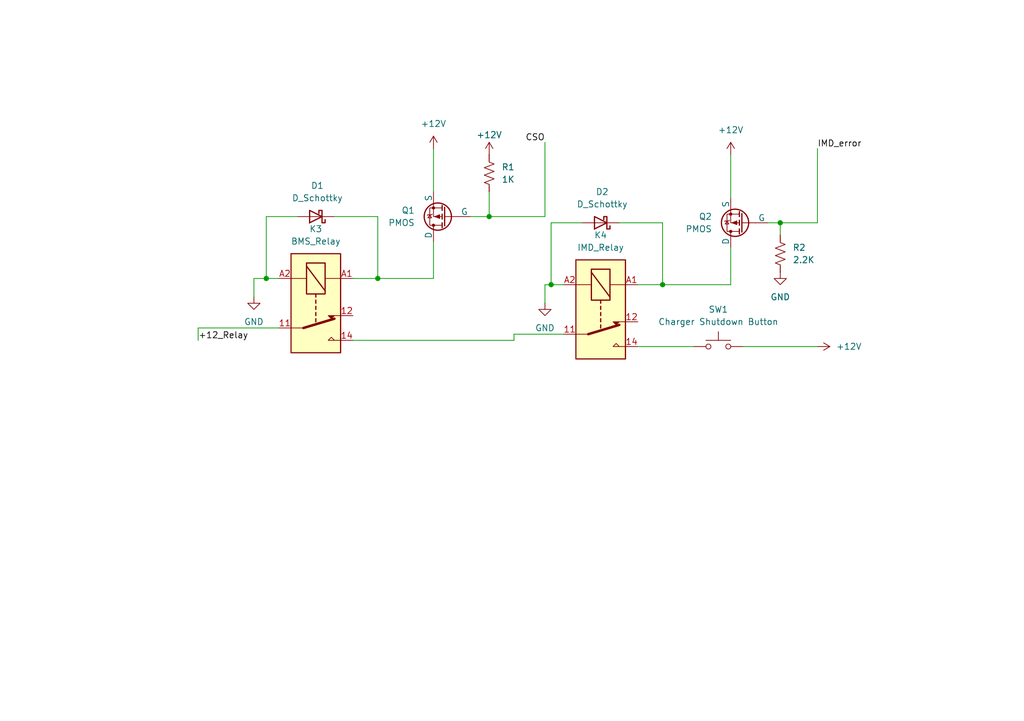
<source format=kicad_sch>
(kicad_sch (version 20250114) (generator "eeschema") (generator_version "9.0")
  (paper "A5")
  (lib_symbols
    (symbol "Device:D_Schottky" (pin_numbers (hide yes)) (pin_names (offset 1.016) (hide yes))
      (property "Reference" "D" (at 0 2.54 0))
      (property "Value" "D_Schottky" (at 0 -2.54 0))
      (symbol "D_Schottky_0_1"
        (polyline (pts (xy -1.905 0.635) (xy -1.905 1.27) (xy -1.27 1.27) (xy -1.27 -1.27) (xy -0.635 -1.27) (xy -0.635 -0.635)) (stroke (width 0.254)))
        (polyline (pts (xy 1.27 1.27) (xy 1.27 -1.27) (xy -1.27 0) (xy 1.27 1.27)) (stroke (width 0.254)))
        (polyline (pts (xy 1.27 0) (xy -1.27 0)))
      )
      (symbol "D_Schottky_1_1"
        (pin passive line (at -3.81 0 0) (length 2.54) (name "K") (number "1"))
        (pin passive line (at 3.81 0 180) (length 2.54) (name "A") (number "2"))
      )
    )
    (symbol "Device:R_US" (pin_numbers (hide yes)) (pin_names (offset 0))
      (property "Reference" "R" (at 2.54 0 90))
      (property "Value" "R_US" (at -2.54 0 90))
      (symbol "R_US_0_1"
        (polyline (pts (xy 0 2.286) (xy 0 2.54)))
        (polyline (pts (xy 0 2.286) (xy 1.016 1.905) (xy 0 1.524) (xy -1.016 1.143) (xy 0 0.762)))
        (polyline (pts (xy 0 0.762) (xy 1.016 0.381) (xy 0 0) (xy -1.016 -0.381) (xy 0 -0.762)))
        (polyline (pts (xy 0 -0.762) (xy 1.016 -1.143) (xy 0 -1.524) (xy -1.016 -1.905) (xy 0 -2.286)))
        (polyline (pts (xy 0 -2.286) (xy 0 -2.54)))
      )
      (symbol "R_US_1_1"
        (pin passive line (at 0 3.81 270) (length 1.27) (name "~") (number "1"))
        (pin passive line (at 0 -3.81 90) (length 1.27) (name "~") (number "2"))
      )
    )
    (symbol "Relay:G2RL-1"
      (property "Reference" "K" (at 11.43 3.81 0))
      (property "Value" "G2RL-1" (at 11.43 1.27 0))
      (symbol "G2RL-1_0_0"
        (polyline (pts (xy 7.62 5.08) (xy 7.62 2.54) (xy 6.985 3.175) (xy 7.62 3.81)))
      )
      (symbol "G2RL-1_0_1"
        (rectangle (start -10.16 5.08) (end 10.16 -5.08) (stroke (width 0.254)) (fill (type background)))
        (rectangle (start -8.255 1.905) (end -1.905 -1.905) (stroke (width 0.254)))
        (polyline (pts (xy -7.62 -1.905) (xy -2.54 1.905)) (stroke (width 0.254)))
        (polyline (pts (xy -5.08 5.08) (xy -5.08 1.905)))
        (polyline (pts (xy -5.08 -5.08) (xy -5.08 -1.905)))
        (polyline (pts (xy -1.905 0) (xy -1.27 0)) (stroke (width 0.254)))
        (polyline (pts (xy -0.635 0) (xy 0 0)) (stroke (width 0.254)))
        (polyline (pts (xy 0.635 0) (xy 1.27 0)) (stroke (width 0.254)))
        (polyline (pts (xy 1.905 0) (xy 2.54 0)) (stroke (width 0.254)))
        (polyline (pts (xy 2.54 5.08) (xy 2.54 2.54) (xy 3.175 3.175) (xy 2.54 3.81)) (fill (type outline)))
        (polyline (pts (xy 3.175 0) (xy 3.81 0)) (stroke (width 0.254)))
        (polyline (pts (xy 5.08 -2.54) (xy 3.175 3.81)) (stroke (width 0.508)))
        (polyline (pts (xy 5.08 -2.54) (xy 5.08 -5.08)))
      )
      (symbol "G2RL-1_1_1"
        (pin passive line (at -5.08 7.62 270) (length 2.54) (name "~") (number "A1"))
        (pin passive line (at -5.08 -7.62 90) (length 2.54) (name "~") (number "A2"))
        (pin passive line (at 2.54 7.62 270) (length 2.54) (name "~") (number "12"))
        (pin passive line (at 5.08 -7.62 90) (length 2.54) (name "~") (number "11"))
        (pin passive line (at 7.62 7.62 270) (length 2.54) (name "~") (number "14"))
      )
    )
    (symbol "Simulation_SPICE:PMOS" (pin_numbers (hide yes)) (pin_names (offset 0))
      (property "Reference" "Q" (at 5.08 1.27 0))
      (property "Value" "PMOS" (at 5.08 -1.27 0))
      (symbol "PMOS_0_1"
        (polyline (pts (xy 0.254 1.905) (xy 0.254 -1.905)) (stroke (width 0.254)))
        (polyline (pts (xy 0.254 0) (xy -2.54 0)))
        (polyline (pts (xy 0.762 2.286) (xy 0.762 1.27)) (stroke (width 0.254)))
        (polyline (pts (xy 0.762 1.778) (xy 3.302 1.778) (xy 3.302 -1.778) (xy 0.762 -1.778)))
        (polyline (pts (xy 0.762 0.508) (xy 0.762 -0.508)) (stroke (width 0.254)))
        (polyline (pts (xy 0.762 -1.27) (xy 0.762 -2.286)) (stroke (width 0.254)))
        (circle (center 1.651 0) (radius 2.794) (stroke (width 0.254)))
        (polyline (pts (xy 2.286 0) (xy 1.27 0.381) (xy 1.27 -0.381) (xy 2.286 0)) (fill (type outline)))
        (polyline (pts (xy 2.54 2.54) (xy 2.54 1.778)))
        (circle (center 2.54 1.778) (radius 0.254) (fill (type outline)))
        (circle (center 2.54 -1.778) (radius 0.254) (fill (type outline)))
        (polyline (pts (xy 2.54 -2.54) (xy 2.54 0) (xy 0.762 0)))
        (polyline (pts (xy 2.794 -0.508) (xy 2.921 -0.381) (xy 3.683 -0.381) (xy 3.81 -0.254)))
        (polyline (pts (xy 3.302 -0.381) (xy 2.921 0.254) (xy 3.683 0.254) (xy 3.302 -0.381)))
      )
      (symbol "PMOS_1_1"
        (pin input line (at -5.08 0 0) (length 2.54) (name "G") (number "2"))
        (pin passive line (at 2.54 5.08 270) (length 2.54) (name "D") (number "1"))
        (pin passive line (at 2.54 -5.08 90) (length 2.54) (name "S") (number "3"))
      )
    )
    (symbol "Switch:SW_MEC_5G" (pin_numbers (hide yes)) (pin_names (offset 1.016) (hide yes))
      (property "Reference" "SW" (at 1.27 2.54 0))
      (property "Value" "SW_MEC_5G" (at 0 -1.524 0))
      (symbol "SW_MEC_5G_0_1"
        (circle (center -2.032 0) (radius 0.508))
        (polyline (pts (xy 0 1.27) (xy 0 3.048)))
        (circle (center 2.032 0) (radius 0.508))
        (polyline (pts (xy 2.54 1.27) (xy -2.54 1.27)))
        (pin passive line (at -5.08 0 0) (length 2.54) (name "A") (number "1"))
        (pin passive line (at 5.08 0 180) (length 2.54) (name "B") (number "3"))
      )
      (symbol "SW_MEC_5G_1_1"
        (pin passive line (at -5.08 0 0) (length 2.54) (hide yes) (name "A") (number "2"))
        (pin passive line (at 5.08 0 180) (length 2.54) (hide yes) (name "B") (number "4"))
      )
    )
    (symbol "power:+12V" (power) (pin_numbers (hide yes)) (pin_names (offset 0) (hide yes))
      (property "Value" "+12V" (at 0 3.556 0))
      (symbol "+12V_0_1"
        (polyline (pts (xy -0.762 1.27) (xy 0 2.54)))
        (polyline (pts (xy 0 2.54) (xy 0.762 1.27)))
        (polyline (pts (xy 0 0) (xy 0 2.54)))
      )
      (symbol "+12V_1_1"
        (pin power_in line (at 0 0 90) (length 0) (name "~") (number "1"))
      )
    )
    (symbol "power:GND" (power) (pin_numbers (hide yes)) (pin_names (offset 0) (hide yes))
      (property "Value" "GND" (at 0 -3.81 0))
      (symbol "GND_0_1"
        (polyline (pts (xy 0 0) (xy 0 -1.27) (xy 1.27 -1.27) (xy 0 -2.54) (xy -1.27 -1.27) (xy 0 -1.27)))
      )
      (symbol "GND_1_1"
        (pin power_in line (at 0 0 270) (length 0) (name "~") (number "1"))
      )
    )
  )
  (junction (at 113.03 58.42))
  (junction (at 160.02 45.72))
  (junction (at 135.89 58.42))
  (junction (at 54.61 57.15))
  (junction (at 100.33 44.45))
  (junction (at 77.47 57.15))
  (wire (pts (xy 111.76 58.42) (xy 111.76 62.23)))
  (wire (pts (xy 130.81 71.12) (xy 142.24 71.12)))
  (wire (pts (xy 77.47 44.45) (xy 77.47 57.15)))
  (wire (pts (xy 60.96 44.45) (xy 54.61 44.45)))
  (wire (pts (xy 100.33 39.37) (xy 100.33 44.45)))
  (wire (pts (xy 167.64 45.72) (xy 160.02 45.72)))
  (wire (pts (xy 135.89 45.72) (xy 135.89 58.42)))
  (wire (pts (xy 113.03 58.42) (xy 113.03 45.72)))
  (wire (pts (xy 113.03 58.42) (xy 111.76 58.42)))
  (wire (pts (xy 54.61 57.15) (xy 52.07 57.15)))
  (wire (pts (xy 152.4 71.12) (xy 167.64 71.12)))
  (wire (pts (xy 127 45.72) (xy 135.89 45.72)))
  (wire (pts (xy 54.61 44.45) (xy 54.61 57.15)))
  (wire (pts (xy 105.41 68.58) (xy 115.57 68.58)))
  (wire (pts (xy 77.47 57.15) (xy 72.39 57.15)))
  (wire (pts (xy 57.15 67.31) (xy 40.64 67.31)))
  (wire (pts (xy 68.58 44.45) (xy 77.47 44.45)))
  (wire (pts (xy 135.89 58.42) (xy 130.81 58.42)))
  (wire (pts (xy 52.07 57.15) (xy 52.07 60.96)))
  (wire (pts (xy 88.9 57.15) (xy 77.47 57.15)))
  (wire (pts (xy 149.86 58.42) (xy 135.89 58.42)))
  (wire (pts (xy 111.76 29.21) (xy 111.76 44.45)))
  (wire (pts (xy 57.15 57.15) (xy 54.61 57.15)))
  (wire (pts (xy 72.39 69.85) (xy 105.41 69.85)))
  (wire (pts (xy 88.9 30.48) (xy 88.9 39.37)))
  (wire (pts (xy 167.64 30.48) (xy 167.64 45.72)))
  (wire (pts (xy 115.57 58.42) (xy 113.03 58.42)))
  (wire (pts (xy 40.64 67.31) (xy 40.64 69.85)))
  (wire (pts (xy 111.76 44.45) (xy 100.33 44.45)))
  (wire (pts (xy 105.41 69.85) (xy 105.41 68.58)))
  (wire (pts (xy 149.86 50.8) (xy 149.86 58.42)))
  (wire (pts (xy 149.86 31.75) (xy 149.86 40.64)))
  (wire (pts (xy 160.02 45.72) (xy 157.48 45.72)))
  (wire (pts (xy 113.03 45.72) (xy 119.38 45.72)))
  (wire (pts (xy 88.9 49.53) (xy 88.9 57.15)))
  (wire (pts (xy 160.02 45.72) (xy 160.02 48.26)))
  (wire (pts (xy 100.33 44.45) (xy 96.52 44.45)))
  (label "IMD_error" (at 167.64 30.48 0))
  (label "+12_Relay" (at 40.64 69.85 0))
  (label "CSO" (at 111.76 29.21 180))
  (symbol (lib_id "Simulation_SPICE:PMOS") (at 91.44 44.45 180) (unit 1)
    (property "Reference" "Q1" (at 85.09 43.1799 0) (effects (justify left)))
    (property "Value" "PMOS" (at 85.09 45.7199 0) (effects (justify left)))
    (property "Footprint" "Package_TO_SOT_SMD:SOT-23" (effects (hide yes)))
    (property "Datasheet" "https://ngspice.sourceforge.io/docs/ngspice-html-manual/manual.xhtml#cha_MOSFETs" (effects (hide yes)))
    (property "Description" "P-MOSFET transistor, drain/source/gate" (effects (hide yes)))
    (property "Sim.Device" "PMOS" (effects (hide yes)))
    (property "Sim.Type" "VDMOS" (effects (hide yes)))
    (property "Sim.Pins" "1=D 2=G 3=S" (effects (hide yes)))
  )
  (symbol (lib_id "Switch:SW_MEC_5G") (at 147.32 71.12 0) (unit 1)
    (property "Reference" "SW1" (at 147.32 63.5 0))
    (property "Value" "Charger Shutdown Button" (at 147.32 66.04 0))
    (property "Datasheet" "http://www.apem.com/int/index.php?controller=attachment&id_attachment=488" (effects (hide yes)))
    (property "Description" "MEC 5G single pole normally-open tactile switch" (effects (hide yes)))
  )
  (symbol (lib_id "power:GND") (at 160.02 55.88 0) (unit 1)
    (property "Reference" "#PWR07" (effects (hide yes)))
    (property "Value" "GND" (at 160.02 60.96 0))
    (property "Description" "Power symbol creates a global label with name \"GND\" , ground" (effects (hide yes)))
  )
  (symbol (lib_id "Simulation_SPICE:PMOS") (at 152.4 45.72 180) (unit 1)
    (property "Reference" "Q2" (at 146.05 44.4499 0) (effects (justify left)))
    (property "Value" "PMOS" (at 146.05 46.9899 0) (effects (justify left)))
    (property "Footprint" "Package_TO_SOT_SMD:SOT-23" (effects (hide yes)))
    (property "Datasheet" "https://ngspice.sourceforge.io/docs/ngspice-html-manual/manual.xhtml#cha_MOSFETs" (effects (hide yes)))
    (property "Description" "P-MOSFET transistor, drain/source/gate" (effects (hide yes)))
    (property "Sim.Device" "PMOS" (effects (hide yes)))
    (property "Sim.Type" "VDMOS" (effects (hide yes)))
    (property "Sim.Pins" "1=D 2=G 3=S" (effects (hide yes)))
  )
  (symbol (lib_id "power:GND") (at 52.07 60.96 0) (unit 1)
    (property "Reference" "#PWR04" (effects (hide yes)))
    (property "Value" "GND" (at 52.07 66.04 0))
    (property "Description" "Power symbol creates a global label with name \"GND\" , ground" (effects (hide yes)))
  )
  (symbol (lib_id "power:+12V") (at 167.64 71.12 270) (unit 1)
    (property "Reference" "#PWR01" (effects (hide yes)))
    (property "Value" "+12V" (at 171.45 71.1199 90) (effects (justify left)))
    (property "Description" "Power symbol creates a global label with name \"+12V\"" (effects (hide yes)))
  )
  (symbol (lib_id "Device:D_Schottky") (at 64.77 44.45 180) (unit 1)
    (property "Reference" "D1" (at 65.0875 38.1 0))
    (property "Value" "D_Schottky" (at 65.0875 40.64 0))
    (property "Footprint" "Diode_SMD:D_SMA" (effects (hide yes)))
    (property "Description" "Schottky diode" (effects (hide yes)))
  )
  (symbol (lib_id "power:+12V") (at 100.33 31.75 0) (unit 1)
    (property "Reference" "#PWR08" (effects (hide yes)))
    (property "Value" "+12V" (at 100.33 27.686 0))
    (property "Description" "Power symbol creates a global label with name \"+12V\"" (effects (hide yes)))
  )
  (symbol (lib_id "Relay:G2RL-1") (at 64.77 62.23 270) (unit 1)
    (property "Reference" "K3" (at 64.77 46.99 90))
    (property "Value" "BMS_Relay" (at 64.77 49.53 90))
    (property "Footprint" "Relay_THT:Relay_SPDT_Omron_G2RL-1" (effects (hide yes)))
    (property "Datasheet" "https://omronfs.omron.com/en_US/ecb/products/pdf/en-g2rl.pdf" (effects (hide yes)))
    (property "Description" "General Purpose Low Profile Relay SPDT Through Hole, Omron G2RL series, 12A 250VAC" (effects (hide yes)))
  )
  (symbol (lib_id "power:GND") (at 111.76 62.23 0) (unit 1)
    (property "Reference" "#PWR05" (effects (hide yes)))
    (property "Value" "GND" (at 111.76 67.31 0))
    (property "Description" "Power symbol creates a global label with name \"GND\" , ground" (effects (hide yes)))
  )
  (symbol (lib_id "Relay:G2RL-1") (at 123.19 63.5 270) (unit 1)
    (property "Reference" "K4" (at 123.19 48.26 90))
    (property "Value" "IMD_Relay" (at 123.19 50.8 90))
    (property "Footprint" "Relay_THT:Relay_SPDT_Omron_G2RL-1" (effects (hide yes)))
    (property "Datasheet" "https://omronfs.omron.com/en_US/ecb/products/pdf/en-g2rl.pdf" (effects (hide yes)))
    (property "Description" "General Purpose Low Profile Relay SPDT Through Hole, Omron G2RL series, 12A 250VAC" (effects (hide yes)))
  )
  (symbol (lib_id "power:+12V") (at 88.9 30.48 0) (unit 1)
    (property "Reference" "#PWR03" (effects (hide yes)))
    (property "Value" "+12V" (at 88.9 25.4 0))
    (property "Description" "Power symbol creates a global label with name \"+12V\"" (effects (hide yes)))
  )
  (symbol (lib_id "power:+12V") (at 149.86 31.75 0) (unit 1)
    (property "Reference" "#PWR06" (effects (hide yes)))
    (property "Value" "+12V" (at 149.86 26.67 0))
    (property "Description" "Power symbol creates a global label with name \"+12V\"" (effects (hide yes)))
  )
  (symbol (lib_id "Device:R_US") (at 100.33 35.56 0) (unit 1)
    (property "Reference" "R1" (at 102.87 34.2899 0) (effects (justify left)))
    (property "Value" "1K" (at 102.87 36.8299 0) (effects (justify left)))
    (property "Footprint" "Resistor_SMD:R_0805_2012Metric_Pad1.20x1.40mm_HandSolder" (effects (hide yes)))
    (property "Description" "Resistor, US symbol" (effects (hide yes)))
  )
  (symbol (lib_id "Device:R_US") (at 160.02 52.07 0) (unit 1)
    (property "Reference" "R2" (at 162.56 50.7999 0) (effects (justify left)))
    (property "Value" "2.2K" (at 162.56 53.3399 0) (effects (justify left)))
    (property "Footprint" "Resistor_SMD:R_0805_2012Metric_Pad1.20x1.40mm_HandSolder" (effects (hide yes)))
    (property "Description" "Resistor, US symbol" (effects (hide yes)))
  )
  (symbol (lib_id "Device:D_Schottky") (at 123.19 45.72 180) (unit 1)
    (property "Reference" "D2" (at 123.5075 39.37 0))
    (property "Value" "D_Schottky" (at 123.5075 41.91 0))
    (property "Footprint" "Diode_SMD:D_SMA" (effects (hide yes)))
    (property "Description" "Schottky diode" (effects (hide yes)))
  )
)
</source>
